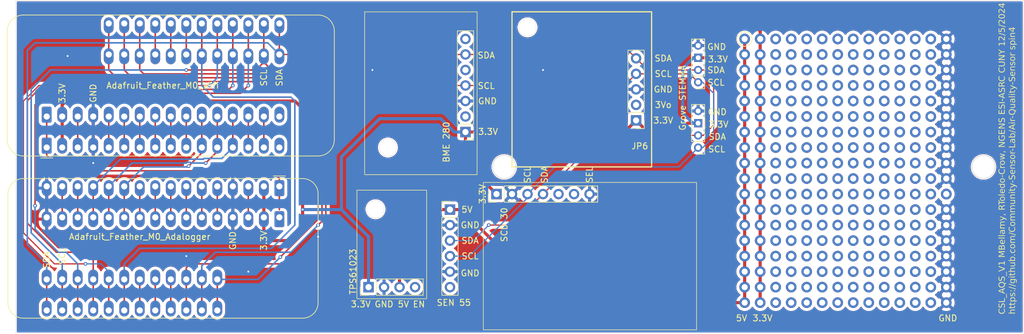
<source format=kicad_pcb>
(kicad_pcb (version 20240108) (generator "pcbnew") (generator_version "8.0")
  (layers (0 "F.Cu" signal) (31 "B.Cu" signal) (34 "B.Paste" user) (35 "F.Paste" user) (36 "B.SilkS" user "B.Silkscreen") (37 "F.SilkS" user "F.Silkscreen") (38 "B.Mask" user) (39 "F.Mask" user) (44 "Edge.Cuts" user))
  (net 0 "")
  (net 2 "unconnected-(A1-D12-Pad24)")
  (net 4 "unconnected-(A1-DAC0{slash}A0-Pad5)")
  (net 5 "Net-(A1-VBAT)")
  (net 6 "SCL")
  (net 7 "Net-(A1-USB)")
  (net 8 "3.3V")
  (net 9 "unconnected-(A1-A1-Pad6)")
  (net 10 "unconnected-(A1-A2-Pad7)")
  (net 11 "unconnected-(A1-A3-Pad8)")
  (net 12 "unconnected-(A1-D13-Pad25)")
  (net 13 "Net-(A1-MOSI{slash}D23)")
  (net 14 "unconnected-(A1-RX{slash}D0-Pad14)")
  (net 15 "unconnected-(A1-A5-Pad10)")
  (net 16 "ENA")
  (net 17 "unconnected-(A1-AREF-Pad3)")
  (net 19 "unconnected-(A1-A4-Pad9)")
  (net 21 "SDA")
  (net 22 "GND")
  (net 23 "unconnected-(A1-TX{slash}D1-Pad15)")
  (net 24 "Net-(A1-EN)")
  (net 26 "Net-(A1-D10)")
  (net 27 "Net-(A1-MISO{slash}D22)")
  (net 28 "unconnected-(A2-A2-Pad7)")
  (net 29 "Net-(A1-SCK{slash}D24)")
  (net 30 "unconnected-(A2-A5-Pad10)")
  (net 31 "unconnected-(A2-A4-Pad9)")
  (net 32 "unconnected-(A2-D12-Pad24)")
  (net 33 "unconnected-(A2-DAC0{slash}A0-Pad5)")
  (net 34 "unconnected-(A2-TX{slash}D1-Pad15)")
  (net 35 "unconnected-(A2-A3-Pad8)")
  (net 36 "unconnected-(A2-D13-Pad25)")
  (net 37 "unconnected-(A2-A1-Pad6)")
  (net 38 "unconnected-(A2-RX{slash}D0-Pad14)")
  (net 39 "unconnected-(A2-D11-Pad23)")
  (net 40 "unconnected-(A2-AREF-Pad3)")
  (net 41 "5V")
  (net 42 "EN")
  (net 43 "NC")
  (net 49 "3Vo")
  (footprint "" (layer "F.Cu") (at 185.42 83.82)
    (property "Reference" "")
    (property "Value" "")
  )
  (footprint "" (layer "F.Cu") (at 172.72 86.36)
    (property "Reference" "")
    (property "Value" "")
  )
  (footprint "" (layer "F.Cu") (at 187.96 96.52)
    (property "Reference" "")
    (property "Value" "")
  )
  (footprint "" (layer "F.Cu") (at 180.34 109.22)
    (property "Reference" "")
    (property "Value" "")
  )
  (footprint "" (layer "F.Cu") (at 198.12 99.06)
    (property "Reference" "")
    (property "Value" "")
  )
  (footprint "" (layer "F.Cu") (at 193.04 101.6)
    (property "Reference" "")
    (property "Value" "")
  )
  (footprint "" (layer "F.Cu") (at 185.42 106.68)
    (property "Reference" "")
    (property "Value" "")
  )
  (footprint "" (layer "F.Cu") (at 172.72 88.9)
    (property "Reference" "")
    (property "Value" "")
  )
  (footprint "" (layer "F.Cu") (at 172.72 76.2)
    (property "Reference" "")
    (property "Value" "")
  )
  (footprint "" (layer "F.Cu") (at 175.26 104.14)
    (property "Reference" "")
    (property "Value" "")
  )
  (footprint "" (layer "F.Cu") (at 193.04 99.06)
    (property "Reference" "")
    (property "Value" "")
  )
  (footprint "Module:Adafruit_Feather" (layer "F.Cu") (at 96.52 95.25 -90)
    (property "Reference" "A2" (hide yes))
    (property "Value" "Adafruit_Feather_M0_Adalogger")
  )
  (footprint "" (layer "F.Cu") (at 182.88 96.52)
    (property "Reference" "")
    (property "Value" "")
  )
  (footprint "" (layer "F.Cu") (at 180.34 96.52)
    (property "Reference" "")
    (property "Value" "")
  )
  (footprint "" (layer "F.Cu") (at 193.04 88.9)
    (property "Reference" "")
    (property "Value" "")
  )
  (footprint "" (layer "F.Cu") (at 185.42 76.2)
    (property "Reference" "")
    (property "Value" "")
  )
  (footprint "" (layer "F.Cu") (at 187.96 78.74)
    (property "Reference" "")
    (property "Value" "")
  )
  (footprint "Connector_PinHeader_2.54mm:PinHeader_1x04_P2.54mm_Vertical" (layer "F.Cu") (at 111.125 97.76 90)
    (property "Reference" "JP2" (hide yes))
    (property "Value" "TPS61023")
  )
  (footprint "" (layer "F.Cu") (at 180.34 106.68)
    (property "Reference" "")
    (property "Value" "")
  )
  (footprint "" (layer "F.Cu") (at 190.5 78.74)
    (property "Reference" "")
    (property "Value" "")
  )
  (footprint "" (layer "F.Cu") (at 203.2 73.66)
    (property "Reference" "")
    (property "Value" "")
  )
  (footprint "" (layer "F.Cu") (at 175.26 73.66)
    (property "Reference" "")
    (property "Value" "")
  )
  (footprint "" (layer "F.Cu") (at 195.58 86.36)
    (property "Reference" "")
    (property "Value" "")
  )
  (footprint "" (layer "F.Cu") (at 203.2 101.6)
    (property "Reference" "")
    (property "Value" "")
  )
  (footprint "" (layer "F.Cu") (at 200.66 109.22)
    (property "Reference" "")
    (property "Value" "")
  )
  (footprint "" (layer "F.Cu") (at 172.72 93.98)
    (property "Reference" "")
    (property "Value" "")
  )
  (footprint "" (layer "F.Cu") (at 195.58 101.6)
    (property "Reference" "")
    (property "Value" "")
  )
  (footprint "" (layer "F.Cu") (at 182.88 106.68)
    (property "Reference" "")
    (property "Value" "")
  )
  (footprint "" (layer "F.Cu") (at 172.72 104.14)
    (property "Reference" "")
    (property "Value" "")
  )
  (footprint "" (layer "F.Cu") (at 177.8 109.22)
    (property "Reference" "")
    (property "Value" "")
  )
  (footprint "" (layer "F.Cu") (at 187.96 81.28)
    (property "Reference" "")
    (property "Value" "")
  )
  (footprint "" (layer "F.Cu") (at 200.66 81.28)
    (property "Reference" "")
    (property "Value" "")
  )
  (footprint "" (layer "F.Cu") (at 182.88 71.12)
    (property "Reference" "")
    (property "Value" "")
  )
  (footprint "" (layer "F.Cu") (at 172.72 101.6)
    (property "Reference" "")
    (property "Value" "")
  )
  (footprint "" (layer "F.Cu") (at 198.12 76.2)
    (property "Reference" "")
    (property "Value" "")
  )
  (footprint "" (layer "F.Cu") (at 175.26 106.68)
    (property "Reference" "")
    (property "Value" "")
  )
  (footprint "" (layer "F.Cu") (at 187.96 111.76)
    (property "Reference" "")
    (property "Value" "")
  )
  (footprint "" (layer "F.Cu") (at 172.72 83.82)
    (property "Reference" "")
    (property "Value" "")
  )
  (footprint "" (layer "F.Cu") (at 185.42 78.74)
    (property "Reference" "")
    (property "Value" "")
  )
  (footprint "" (layer "F.Cu") (at 193.04 81.28)
    (property "Reference" "")
    (property "Value" "")
  )
  (footprint "" (layer "F.Cu") (at 193.04 86.36)
    (property "Reference" "")
    (property "Value" "")
  )
  (footprint "" (layer "F.Cu") (at 177.8 106.68)
    (property "Reference" "")
    (property "Value" "")
  )
  (footprint "" (layer "F.Cu") (at 175.26 101.6)
    (property "Reference" "")
    (property "Value" "")
  )
  (footprint "" (layer "F.Cu") (at 185.42 91.44)
    (property "Reference" "")
    (property "Value" "")
  )
  (footprint "" (layer "F.Cu") (at 182.88 81.28)
    (property "Reference" "")
    (property "Value" "")
  )
  (footprint "" (layer "F.Cu") (at 185.42 73.66)
    (property "Reference" "")
    (property "Value" "")
  )
  (footprint "" (layer "F.Cu") (at 195.58 93.98)
    (property "Reference" "")
    (property "Value" "")
  )
  (footprint "" (layer "F.Cu") (at 200.66 83.82)
    (property "Reference" "")
    (property "Value" "")
  )
  (footprint "" (layer "F.Cu") (at 177.8 93.98)
    (property "Reference" "")
    (property "Value" "")
  )
  (footprint "" (layer "F.Cu") (at 203.2 88.9)
    (property "Reference" "")
    (property "Value" "")
  )
  (footprint "" (layer "F.Cu") (at 195.58 111.76)
    (property "Reference" "")
    (property "Value" "")
  )
  (footprint "" (layer "F.Cu") (at 185.42 81.28)
    (property "Reference" "")
    (property "Value" "")
  )
  (footprint "" (layer "F.Cu") (at 175.26 83.82)
    (property "Reference" "")
    (property "Value" "")
  )
  (footprint "" (layer "F.Cu") (at 205.74 106.68)
    (property "Reference" "")
    (property "Value" "")
  )
  (footprint "" (layer "F.Cu") (at 182.88 88.9)
    (property "Reference" "")
    (property "Value" "")
  )
  (footprint "" (layer "F.Cu") (at 172.72 111.76)
    (property "Reference" "")
    (property "Value" "")
  )
  (footprint "" (layer "F.Cu") (at 182.88 83.82)
    (property "Reference" "")
    (property "Value" "")
  )
  (footprint "" (layer "F.Cu") (at 203.2 76.2)
    (property "Reference" "")
    (property "Value" "")
  )
  (footprint "" (layer "F.Cu") (at 190.5 81.28)
    (property "Reference" "")
    (property "Value" "")
  )
  (footprint "" (layer "F.Cu") (at 200.66 96.52)
    (property "Reference" "")
    (property "Value" "")
  )
  (footprint "" (layer "F.Cu") (at 177.8 86.36)
    (property "Reference" "")
    (property "Value" "")
  )
  (footprint "" (layer "F.Cu") (at 185.42 99.06)
    (property "Reference" "")
    (property "Value" "")
  )
  (footprint "" (layer "F.Cu") (at 205.74 81.28)
    (property "Reference" "")
    (property "Value" "")
  )
  (footprint "" (layer "F.Cu") (at 193.04 93.98)
    (property "Reference" "")
    (property "Value" "")
  )
  (footprint "" (layer "F.Cu") (at 187.96 104.14)
    (property "Reference" "")
    (property "Value" "")
  )
  (footprint "" (layer "F.Cu") (at 198.12 114.3)
    (property "Reference" "")
    (property "Value" "")
  )
  (footprint "" (layer "F.Cu") (at 198.12 73.66)
    (property "Reference" "")
    (property "Value" "")
  )
  (footprint "" (layer "F.Cu") (at 180.34 71.12)
    (property "Reference" "")
    (property "Value" "")
  )
  (footprint "" (layer "F.Cu") (at 190.5 114.3)
    (property "Reference" "")
    (property "Value" "")
  )
  (footprint "" (layer "F.Cu") (at 182.88 73.66)
    (property "Reference" "")
    (property "Value" "")
  )
  (footprint "" (layer "F.Cu") (at 200.66 101.6)
    (property "Reference" "")
    (property "Value" "")
  )
  (footprint "" (layer "F.Cu") (at 198.12 93.98)
    (property "Reference" "")
    (property "Value" "")
  )
  (footprint "" (layer "F.Cu") (at 195.58 106.68)
    (property "Reference" "")
    (property "Value" "")
  )
  (footprint "" (layer "F.Cu") (at 205.74 88.9)
    (property "Reference" "")
    (property "Value" "")
  )
  (footprint "" (layer "F.Cu") (at 177.8 96.52)
    (property "Reference" "")
    (property "Value" "")
  )
  (footprint "" (layer "F.Cu") (at 177.8 99.06)
    (property "Reference" "")
    (property "Value" "")
  )
  (footprint "" (layer "F.Cu") (at 177.8 111.76)
    (property "Reference" "")
    (property "Value" "")
  )
  (footprint "" (layer "F.Cu") (at 198.12 106.68)
    (property "Reference" "")
    (property "Value" "")
  )
  (footprint "" (layer "F.Cu") (at 198.12 104.14)
    (property "Reference" "")
    (property "Value" "")
  )
  (footprint "" (layer "F.Cu") (at 190.5 86.36)
    (property "Reference" "")
    (property "Value" "")
  )
  (footprint "" (layer "F.Cu") (at 193.04 104.14)
    (property "Reference" "")
    (property "Value" "")
  )
  (footprint "" (layer "F.Cu") (at 185.42 71.12)
    (property "Reference" "")
    (property "Value" "")
  )
  (footprint "" (layer "F.Cu") (at 200.66 88.9)
    (property "Reference" "")
    (property "Value" "")
  )
  (footprint "" (layer "F.Cu") (at 182.88 101.6)
    (property "Reference" "")
    (property "Value" "")
  )
  (footprint "" (layer "F.Cu") (at 190.5 88.9)
    (property "Reference" "")
    (property "Value" "")
  )
  (footprint "" (layer "F.Cu") (at 203.2 106.68)
    (property "Reference" "")
    (property "Value" "")
  )
  (footprint "" (layer "F.Cu") (at 182.88 78.74)
    (property "Reference" "")
    (property "Value" "")
  )
  (footprint "" (layer "F.Cu") (at 190.5 111.76)
    (property "Reference" "")
    (property "Value" "")
  )
  (footprint "" (layer "F.Cu") (at 180.34 104.14)
    (property "Reference" "")
    (property "Value" "")
  )
  (footprint "" (layer "F.Cu") (at 187.96 91.44)
    (property "Reference" "")
    (property "Value" "")
  )
  (footprint "" (layer "F.Cu") (at 193.04 71.12)
    (property "Reference" "")
    (property "Value" "")
  )
  (footprint "" (layer "F.Cu") (at 182.88 111.76)
    (property "Reference" "")
    (property "Value" "")
  )
  (footprint "" (layer "F.Cu") (at 203.2 109.22)
    (property "Reference" "")
    (property "Value" "")
  )
  (footprint "" (layer "F.Cu") (at 195.58 71.12)
    (property "Reference" "")
    (property "Value" "")
  )
  (footprint "" (layer "F.Cu") (at 190.5 73.66)
    (property "Reference" "")
    (property "Value" "")
  )
  (footprint "" (layer "F.Cu") (at 185.42 114.3)
    (property "Reference" "")
    (property "Value" "")
  )
  (footprint "" (layer "F.Cu") (at 172.72 91.44)
    (property "Reference" "")
    (property "Value" "")
  )
  (footprint "" (layer "F.Cu") (at 193.04 96.52)
    (property "Reference" "")
    (property "Value" "")
  )
  (footprint "" (layer "F.Cu") (at 187.96 71.12)
    (property "Reference" "")
    (property "Value" "")
  )
  (footprint "" (layer "F.Cu") (at 190.5 91.44)
    (property "Reference" "")
    (property "Value" "")
  )
  (footprint "Module:Adafruit_Feather_M0_Wifi" (layer "F.Cu") (at 58.42 88.9 90)
    (property "Reference" "A1" (hide yes))
    (property "Value" "Adafruit_Feather_M0_Wifi")
  )
  (footprint "" (layer "F.Cu") (at 187.96 101.6)
    (property "Reference" "")
    (property "Value" "")
  )
  (footprint "" (layer "F.Cu") (at 180.34 99.06)
    (property "Reference" "")
    (property "Value" "")
  )
  (footprint "Connector_PinHeader_2.54mm:PinHeader_1x05_P2.54mm_Vertical" (layer "F.Cu") (at 154.94 84.455 180)
    (property "Reference" "JP6")
    (property "Value" "SCD41")
  )
  (footprint "" (layer "F.Cu") (at 200.66 114.3)
    (property "Reference" "")
    (property "Value" "")
  )
  (footprint "" (layer "F.Cu") (at 187.96 76.2)
    (property "Reference" "")
    (property "Value" "")
  )
  (footprint "" (layer "F.Cu") (at 180.34 101.6)
    (property "Reference" "")
    (property "Value" "")
  )
  (footprint "Connector_PinHeader_2.54mm:PinHeader_1x06_P2.54mm_Vertical" (layer "F.Cu") (at 124.46 99.06)
    (property "Reference" "JP8" (hide yes))
    (property "Value" "SEN 55")
  )
  (footprint "" (layer "F.Cu") (at 172.72 73.66)
    (property "Reference" "")
    (property "Value" "")
  )
  (footprint "" (layer "F.Cu") (at 190.5 93.98)
    (property "Reference" "")
    (property "Value" "")
  )
  (footprint "" (layer "F.Cu") (at 187.96 73.66)
    (property "Reference" "")
    (property "Value" "")
  )
  (footprint "" (layer "F.Cu") (at 203.2 78.74)
    (property "Reference" "")
    (property "Value" "")
  )
  (footprint "" (layer "F.Cu") (at 185.42 104.14)
    (property "Reference" "")
    (property "Value" "")
  )
  (footprint "" (layer "F.Cu") (at 177.8 71.12)
    (property "Reference" "")
    (property "Value" "")
  )
  (footprint "" (layer "F.Cu") (at 172.72 99.06)
    (property "Reference" "")
    (property "Value" "")
  )
  (footprint "" (layer "F.Cu") (at 203.2 91.44)
    (property "Reference" "")
    (property "Value" "")
  )
  (footprint "" (layer "F.Cu") (at 198.12 71.12)
    (property "Reference" "")
    (property "Value" "")
  )
  (footprint "" (layer "F.Cu") (at 200.66 106.68)
    (property "Reference" "")
    (property "Value" "")
  )
  (footprint "" (layer "F.Cu") (at 200.66 111.76)
    (property "Reference" "")
    (property "Value" "")
  )
  (footprint "" (layer "F.Cu") (at 200.66 86.36)
    (property "Reference" "")
    (property "Value" "")
  )
  (footprint "" (layer "F.Cu") (at 172.72 106.68)
    (property "Reference" "")
    (property "Value" "")
  )
  (footprint "" (layer "F.Cu") (at 185.42 93.98)
    (property "Reference" "")
    (property "Value" "")
  )
  (footprint "" (layer "F.Cu") (at 195.58 104.14)
    (property "Reference" "")
    (property "Value" "")
  )
  (footprint "" (layer "F.Cu") (at 195.58 91.44)
    (property "Reference" "")
    (property "Value" "")
  )
  (footprint "" (layer "F.Cu") (at 198.12 86.36)
    (property "Reference" "")
    (property "Value" "")
  )
  (footprint "" (layer "F.Cu") (at 205.74 111.76)
    (property "Reference" "")
    (property "Value" "")
  )
  (footprint "" (layer "F.Cu") (at 190.5 76.2)
    (property "Reference" "")
    (property "Value" "")
  )
  (footprint "" (layer "F.Cu") (at 205.74 93.98)
    (property "Reference" "")
    (property "Value" "")
  )
  (footprint "" (layer "F.Cu") (at 195.58 73.66)
    (property "Reference" "")
    (property "Value" "")
  )
  (footprint "" (layer "F.Cu") (at 182.88 114.3)
    (property "Reference" "")
    (property "Value" "")
  )
  (footprint "" (layer "F.Cu") (at 177.8 73.66)
    (property "Reference" "")
    (property "Value" "")
  )
  (footprint "" (layer "F.Cu") (at 187.96 83.82)
    (property "Reference" "")
    (property "Value" "")
  )
  (footprint "" (layer "F.Cu") (at 198.12 91.44)
    (property "Reference" "")
    (property "Value" "")
  )
  (footprint "" (layer "F.Cu") (at 198.12 111.76)
    (property "Reference" "")
    (property "Value" "")
  )
  (footprint "" (layer "F.Cu") (at 205.74 91.44)
    (property "Reference" "")
    (property "Value" "")
  )
  (footprint "" (layer "F.Cu") (at 205.74 71.12)
    (property "Reference" "")
    (property "Value" "")
  )
  (footprint "" (layer "F.Cu") (at 205.74 101.6)
    (property "Reference" "")
    (property "Value" "")
  )
  (footprint "" (layer "F.Cu") (at 193.04 76.2)
    (property "Reference" "")
    (property "Value" "")
  )
  (footprint "" (layer "F.Cu") (at 187.96 88.9)
    (property "Reference" "")
    (property "Value" "")
  )
  (footprint "" (layer "F.Cu") (at 190.5 71.12)
    (property "Reference" "")
    (property "Value" "")
  )
  (footprint "" (layer "F.Cu") (at 195.58 109.22)
    (property "Reference" "")
    (property "Value" "")
  )
  (footprint "" (layer "F.Cu") (at 198.12 83.82)
    (property "Reference" "")
    (property "Value" "")
  )
  (footprint "" (layer "F.Cu") (at 193.04 73.66)
    (property "Reference" "")
    (property "Value" "")
  )
  (footprint "" (layer "F.Cu") (at 182.88 76.2)
    (property "Reference" "")
    (property "Value" "")
  )
  (footprint "" (layer "F.Cu") (at 187.96 86.36)
    (property "Reference" "")
    (property "Value" "")
  )
  (footprint "" (layer "F.Cu") (at 205.74 109.22)
    (property "Reference" "")
    (property "Value" "")
  )
  (footprint "" (layer "F.Cu") (at 198.12 101.6)
    (property "Reference" "")
    (property "Value" "")
  )
  (footprint "" (layer "F.Cu") (at 185.42 86.36)
    (property "Reference" "")
    (property "Value" "")
  )
  (footprint "" (layer "F.Cu") (at 182.88 109.22)
    (property "Reference" "")
    (property "Value" "")
  )
  (footprint "" (layer "F.Cu") (at 175.26 88.9)
    (property "Reference" "")
    (property "Value" "")
  )
  (footprint "" (layer "F.Cu") (at 175.26 78.74)
    (property "Reference" "")
    (property "Value" "")
  )
  (footprint "" (layer "F.Cu") (at 180.34 81.28)
    (property "Reference" "")
    (property "Value" "")
  )
  (footprint "" (layer "F.Cu") (at 193.04 114.3)
    (property "Reference" "")
    (property "Value" "")
  )
  (footprint "" (layer "F.Cu") (at 180.34 73.66)
    (property "Reference" "")
    (property "Value" "")
  )
  (footprint "" (layer "F.Cu") (at 172.72 109.22)
    (property "Reference" "")
    (property "Value" "")
  )
  (footprint "" (layer "F.Cu") (at 205.74 114.3)
    (property "Reference" "")
    (property "Value" "")
  )
  (footprint "" (layer "F.Cu") (at 195.58 81.28)
    (property "Reference" "")
    (property "Value" "")
  )
  (footprint "" (layer "F.Cu") (at 203.2 93.98)
    (property "Reference" "")
    (property "Value" "")
  )
  (footprint "" (layer "F.Cu") (at 182.88 91.44)
    (property "Reference" "")
    (property "Value" "")
  )
  (footprint "" (layer "F.Cu") (at 193.04 78.74)
    (property "Reference" "")
    (property "Value" "")
  )
  (footprint "" (layer "F.Cu") (at 190.5 96.52)
    (property "Reference" "")
    (property "Value" "")
  )
  (footprint "" (layer "F.Cu") (at 198.12 81.28)
    (property "Reference" "")
    (property "Value" "")
  )
  (footprint "" (layer "F.Cu") (at 193.04 83.82)
    (property "Reference" "")
    (property "Value" "")
  )
  (footprint "" (layer "F.Cu") (at 177.8 81.28)
    (property "Reference" "")
    (property "Value" "")
  )
  (footprint "" (layer "F.Cu") (at 175.26 86.36)
    (property "Reference" "")
    (property "Value" "")
  )
  (footprint "" (layer "F.Cu") (at 205.74 73.66)
    (property "Reference" "")
    (property "Value" "")
  )
  (footprint "" (layer "F.Cu") (at 177.8 76.2)
    (property "Reference" "")
    (property "Value" "")
  )
  (footprint "" (layer "F.Cu") (at 175.26 109.22)
    (property "Reference" "")
    (property "Value" "")
  )
  (footprint "" (layer "F.Cu") (at 172.72 81.28)
    (property "Reference" "")
    (property "Value" "")
  )
  (footprint "" (layer "F.Cu") (at 193.04 111.76)
    (property "Reference" "")
    (property "Value" "")
  )
  (footprint "" (layer "F.Cu") (at 195.58 88.9)
    (property "Reference" "")
    (property "Value" "")
  )
  (footprint "" (layer "F.Cu") (at 200.66 104.14)
    (property "Reference" "")
    (property "Value" "")
  )
  (footprint "" (layer "F.Cu") (at 203.2 83.82)
    (property "Reference" "")
    (property "Value" "")
  )
  (footprint "" (layer "F.Cu") (at 195.58 78.74)
    (property "Reference" "")
    (property "Value" "")
  )
  (footprint "" (layer "F.Cu") (at 190.5 99.06)
    (property "Reference" "")
    (property "Value" "")
  )
  (footprint "" (layer "F.Cu") (at 175.26 96.52)
    (property "Reference" "")
    (property "Value" "")
  )
  (footprint "TestPoint:TestPoint_THTPad_D2.0mm_Drill1.0mm" (layer "F.Cu") (at 172.72 71.12)
    (property "Reference" "REF**" (hide yes))
    (property "Value" "TestPoint_THTPad_D2.0mm_Drill1.0mm" (hide yes))
  )
  (footprint "" (layer "F.Cu") (at 182.88 104.14)
    (property "Reference" "")
    (property "Value" "")
  )
  (footprint "" (layer "F.Cu") (at 180.34 86.36)
    (property "Reference" "")
    (property "Value" "")
  )
  (footprint "" (layer "F.Cu") (at 175.26 81.28)
    (property "Reference" "")
    (property "Value" "")
  )
  (footprint "Connector_PinHeader_2.00mm:PinHeader_1x04_P2.00mm_Vertical" (layer "F.Cu") (at 165.1 78.2 180)
    (property "Reference" "J2" (hide yes))
    (property "Value" "Grove STEMMA" (hide yes))
  )
  (footprint "" (layer "F.Cu") (at 205.74 78.74)
    (property "Reference" "")
    (property "Value" "")
  )
  (footprint "" (layer "F.Cu") (at 205.74 83.82)
    (property "Reference" "")
    (property "Value" "")
  )
  (footprint "" (layer "F.Cu") (at 185.42 88.9)
    (property "Reference" "")
    (property "Value" "")
  )
  (footprint "" (layer "F.Cu") (at 187.96 114.3)
    (property "Reference" "")
    (property "Value" "")
  )
  (footprint "" (layer "F.Cu") (at 175.26 111.76)
    (property "Reference" "")
    (property "Value" "")
  )
  (footprint "" (layer "F.Cu") (at 190.5 101.6)
    (property "Reference" "")
    (property "Value" "")
  )
  (footprint "" (layer "F.Cu") (at 195.58 114.3)
    (property "Reference" "")
    (property "Value" "")
  )
  (footprint "" (layer "F.Cu") (at 185.42 111.76)
    (property "Reference" "")
    (property "Value" "")
  )
  (footprint "" (layer "F.Cu") (at 172.72 78.74)
    (property "Reference" "")
    (property "Value" "")
  )
  (footprint "" (layer "F.Cu") (at 175.26 76.2)
    (property "Reference" "")
    (property "Value" "")
  )
  (footprint "" (layer "F.Cu") (at 200.66 76.2)
    (property "Reference" "")
    (property "Value" "")
  )
  (footprint "" (layer "F.Cu") (at 172.72 96.52)
    (property "Reference" "")
    (property "Value" "")
  )
  (footprint "" (layer "F.Cu") (at 177.8 114.3)
    (property "Reference" "")
    (property "Value" "")
  )
  (footprint "" (layer "F.Cu") (at 177.8 88.9)
    (property "Reference" "")
    (property "Value" "")
  )
  (footprint "" (layer "F.Cu") (at 180.34 93.98)
    (property "Reference" "")
    (property "Value" "")
  )
  (footprint "" (layer "F.Cu") (at 195.58 76.2)
    (property "Reference" "")
    (property "Value" "")
  )
  (footprint "" (layer "F.Cu") (at 180.34 111.76)
    (property "Reference" "")
    (property "Value" "")
  )
  (footprint "" (layer "F.Cu") (at 205.74 76.2)
    (property "Reference" "")
    (property "Value" "")
  )
  (footprint "" (layer "F.Cu") (at 175.26 99.06)
    (property "Reference" "")
    (property "Value" "")
  )
  (footprint "" (layer "F.Cu") (at 193.04 106.68)
    (property "Reference" "")
    (property "Value" "")
  )
  (footprint "" (layer "F.Cu") (at 180.34 76.2)
    (property "Reference" "")
    (property "Value" "")
  )
  (footprint "" (layer "F.Cu") (at 198.12 78.74)
    (property "Reference" "")
    (property "Value" "")
  )
  (footprint "" (layer "F.Cu") (at 200.66 91.44)
    (property "Reference" "")
    (property "Value" "")
  )
  (footprint "" (layer "F.Cu") (at 205.74 104.14)
    (property "Reference" "")
    (property "Value" "")
  )
  (footprint "" (layer "F.Cu") (at 187.96 99.06)
    (property "Reference" "")
    (property "Value" "")
  )
  (footprint "" (layer "F.Cu") (at 203.2 86.36)
    (property "Reference" "")
    (property "Value" "")
  )
  (footprint "" (layer "F.Cu") (at 205.74 86.36)
    (property "Reference" "")
    (property "Value" "")
  )
  (footprint "Connector_PinHeader_2.54mm:PinHeader_1x07_P2.54mm_Vertical" (layer "F.Cu") (at 127 86.36 180)
    (property "Reference" "JP7" (hide yes))
    (property "Value" "BME280" (hide yes))
  )
  (footprint "" (layer "F.Cu") (at 203.2 114.3)
    (property "Reference" "")
    (property "Value" "")
  )
  (footprint "" (layer "F.Cu") (at 177.8 104.14)
    (property "Reference" "")
    (property "Value" "")
  )
  (footprint "" (layer "F.Cu") (at 203.2 99.06)
    (property "Reference" "")
    (property "Value" "")
  )
  (footprint "" (layer "F.Cu") (at 175.26 71.12)
    (property "Reference" "")
    (property "Value" "")
  )
  (footprint "" (layer "F.Cu") (at 187.96 109.22)
    (property "Reference" "")
    (property "Value" "")
  )
  (footprint "" (layer "F.Cu") (at 205.74 86.36)
    (property "Reference" "")
    (property "Value" "")
  )
  (footprint "" (layer "F.Cu") (at 205.74 96.52)
    (property "Reference" "")
    (property "Value" "")
  )
  (footprint "" (layer "F.Cu") (at 195.58 83.82)
    (property "Reference" "")
    (property "Value" "")
  )
  (footprint "" (layer "F.Cu") (at 175.26 93.98)
    (property "Reference" "")
    (property "Value" "")
  )
  (footprint "" (layer "F.Cu") (at 175.26 91.44)
    (property "Reference" "")
    (property "Value" "")
  )
  (footprint "" (layer "F.Cu") (at 177.8 78.74)
    (property "Reference" "")
    (property "Value" "")
  )
  (footprint "Connector_PinHeader_2.54mm:PinHeader_1x07_P2.54mm_Vertical" (layer "F.Cu") (at 147.0175 96.52 -90)
    (property "Reference" "JP10" (hide yes))
    (property "Value" "SCD 30")
  )
  (footprint "" (layer "F.Cu") (at 185.42 109.22)
    (property "Reference" "")
    (property "Value" "")
  )
  (footprint "" (layer "F.Cu") (at 193.04 91.44)
    (property "Reference" "")
    (property "Value" "")
  )
  (footprint "" (layer "F.Cu") (at 203.2 96.52)
    (property "Reference" "")
    (property "Value" "")
  )
  (footprint "" (layer "F.Cu") (at 203.2 71.12)
    (property "Reference" "")
    (property "Value" "")
  )
  (footprint "" (layer "F.Cu") (at 180.34 83.82)
    (property "Reference" "")
    (property "Value" "")
  )
  (footprint "" (layer "F.Cu") (at 180.34 88.9)
    (property "Reference" "")
    (property "Value" "")
  )
  (footprint "" (layer "F.Cu") (at 182.88 86.36)
    (property "Reference" "")
    (property "Value" "")
  )
  (footprint "" (layer "F.Cu") (at 177.8 101.6)
    (property "Reference" "")
    (property "Value" "")
  )
  (footprint "" (layer "F.Cu") (at 185.42 96.52)
    (property "Reference" "")
    (property "Value" "")
  )
  (footprint "" (layer "F.Cu") (at 185.42 101.6)
    (property "Reference" "")
    (property "Value" "")
  )
  (footprint "Connector_PinHeader_2.00mm:PinHeader_1x04_P2.00mm_Vertical" (layer "F.Cu") (at 165.1 88.916 180)
    (property "Reference" "J3" (hide yes))
    (property "Value" "Grove STEMMA")
  )
  (footprint "" (layer "F.Cu") (at 180.34 78.74)
    (property "Reference" "")
    (property "Value" "")
  )
  (footprint "" (layer "F.Cu") (at 177.8 83.82)
    (property "Reference" "")
    (property "Value" "")
  )
  (footprint "" (layer "F.Cu") (at 180.34 114.3)
    (property "Reference" "")
    (property "Value" "")
  )
  (footprint "" (layer "F.Cu") (at 203.2 81.28)
    (property "Reference" "")
    (property "Value" "")
  )
  (footprint "" (layer "F.Cu") (at 198.12 96.52)
    (property "Reference" "")
    (property "Value" "")
  )
  (footprint "" (layer "F.Cu") (at 200.66 78.74)
    (property "Reference" "")
    (property "Value" "")
  )
  (footprint "" (layer "F.Cu") (at 190.5 106.68)
    (property "Reference" "")
    (property "Value" "")
  )
  (footprint "" (layer "F.Cu") (at 195.58 96.52)
    (property "Reference" "")
    (property "Value" "")
  )
  (footprint "" (layer "F.Cu") (at 200.66 99.06)
    (property "Reference" "")
    (property "Value" "")
  )
  (footprint "" (layer "F.Cu") (at 200.66 73.66)
    (property "Reference" "")
    (property "Value" "")
  )
  (footprint "" (layer "F.Cu") (at 200.66 93.98)
    (property "Reference" "")
    (property "Value" "")
  )
  (footprint "" (layer "F.Cu") (at 177.8 91.44)
    (property "Reference" "")
    (property "Value" "")
  )
  (footprint "" (layer "F.Cu") (at 190.5 104.14)
    (property "Reference" "")
    (property "Value" "")
  )
  (footprint "" (layer "F.Cu") (at 182.88 99.06)
    (property "Reference" "")
    (property "Value" "")
  )
  (footprint "" (layer "F.Cu") (at 203.2 104.14)
    (property "Reference" "")
    (property "Value" "")
  )
  (footprint "" (layer "F.Cu") (at 200.66 71.12)
    (property "Reference" "")
    (property "Value" "")
  )
  (footprint "" (layer "F.Cu") (at 198.12 88.9)
    (property "Reference" "")
    (property "Value" "")
  )
  (footprint "" (layer "F.Cu") (at 180.34 91.44)
    (property "Reference" "")
    (property "Value" "")
  )
  (footprint "" (layer "F.Cu") (at 190.5 109.22)
    (property "Reference" "")
    (property "Value" "")
  )
  (footprint "" (layer "F.Cu") (at 172.72 114.3)
    (property "Reference" "")
    (property "Value" "")
  )
  (footprint "" (layer "F.Cu") (at 187.96 106.68)
    (property "Reference" "")
    (property "Value" "")
  )
  (footprint "" (layer "F.Cu") (at 175.26 114.3)
    (property "Reference" "")
    (property "Value" "")
  )
  (footprint "" (layer "F.Cu") (at 195.58 99.06)
    (property "Reference" "")
    (property "Value" "")
  )
  (footprint "" (layer "F.Cu") (at 187.96 93.98)
    (property "Reference" "")
    (property "Value" "")
  )
  (footprint "" (layer "F.Cu") (at 198.12 109.22)
    (property "Reference" "")
    (property "Value" "")
  )
  (footprint "" (layer "F.Cu") (at 190.5 83.82)
    (property "Reference" "")
    (property "Value" "")
  )
  (footprint "" (layer "F.Cu") (at 193.04 109.22)
    (property "Reference" "")
    (property "Value" "")
  )
  (footprint "" (layer "F.Cu") (at 182.88 93.98)
    (property "Reference" "")
    (property "Value" "")
  )
  (footprint "" (layer "F.Cu") (at 203.2 111.76)
    (property "Reference" "")
    (property "Value" "")
  )
  (footprint "" (layer "F.Cu") (at 205.74 99.06)
    (property "Reference" "")
    (property "Value" "")
  )
  (gr_rect (start 109.22 95.885) (end 120.65 113.665) (stroke (width 0.1)) (fill none) (layer "F.SilkS"))
  (gr_rect (start 129.9175 94.615) (end 164.8425 118.745) (stroke (width 0.1)) (fill none) (layer "F.SilkS"))
  (gr_rect (start 110.49 66.675) (end 128.905 93.345) (stroke (width 0.1)) (fill none) (layer "F.SilkS"))
  (gr_rect (start 134.62 66.675) (end 157.48 92.075) (stroke (width 0.2)) (fill none) (layer "F.SilkS"))
  (gr_line (start 218.44 64.77) (end 53.34 64.77) (stroke (width 0.05)) (layer "Edge.Cuts"))
  (gr_circle (center 137.16 69.215) (end 138.61 69.215) (stroke (width 0.05)) (fill none) (layer "Edge.Cuts"))
  (gr_line (start 53.34 64.77) (end 53.34 119.38) (stroke (width 0.05)) (layer "Edge.Cuts"))
  (gr_line (start 218.44 119.38) (end 218.44 64.77) (stroke (width 0.05)) (layer "Edge.Cuts"))
  (gr_circle (center 133.35 92.075) (end 135.255 92.075) (stroke (width 0.1)) (fill none) (layer "Edge.Cuts"))
  (gr_circle (center 114.3 88.9) (end 115.75 88.9) (stroke (width 0.05)) (fill none) (layer "Edge.Cuts"))
  (gr_line (start 53.34 119.38) (end 218.44 119.38) (stroke (width 0.05)) (layer "Edge.Cuts"))
  (gr_circle (center 211.836 92.075) (end 213.741 92.075) (stroke (width 0.1)) (fill none) (layer "Edge.Cuts"))
  (gr_circle (center 112.268 99.0092) (end 113.718 99.0092) (stroke (width 0.05)) (fill none) (layer "Edge.Cuts"))
  (gr_text "SCL\n" (at 159.385 76.835 0) (layer "F.SilkS") (effects (font (size 1 1))))
  (gr_text "3.3V" (at 93.98 104.14 90) (layer "F.SilkS") (effects (font (size 1 1))))
  (gr_text "3.3V" (at 60.96 80.01 90) (layer "F.SilkS") (effects (font (size 1 1))))
  (gr_text "3.3V" (at 168.34 74.438 0) (layer "F.SilkS") (effects (font (size 1 1))))
  (gr_text "SDA" (at 130.4 73.8 0) (layer "F.SilkS") (effects (font (size 1 1))))
  (gr_text "GND" (at 168.14 72.416 0) (layer "F.SilkS") (effects (font (size 1 1))))
  (gr_text "3Vo" (at 159.385 81.915 0) (layer "F.SilkS") (effects (font (size 1 1))))
  (gr_text "EN" (at 119.38 114.554 0) (layer "F.SilkS") (effects (font (size 1 1))))
  (gr_text "SDA" (at 58.42 107.315 90) (layer "F.SilkS") (effects (font (size 1 1))))
  (gr_text "3.3V" (at 168.44 85.116 0) (layer "F.SilkS") (effects (font (size 1 1))))
  (gr_text "3.3V" (at 129.794 96.52 90) (layer "F.SilkS") (effects (font (size 1 1))))
  (gr_text "SDA" (at 96.52 77.47 90) (layer "F.SilkS") (effects (font (size 1 1))))
  (gr_text "SCL\n" (at 93.98 77.47 90) (layer "F.SilkS") (effects (font (size 1 1))))
  (gr_text "SCL\n" (at 60.96 106.68 90) (layer "F.SilkS") (effects (font (size 1 1))))
  (gr_text "CSL_AQS_V1 MBellamy, RToledo-Crow, NGENS ESI-ASRC CUNY 12/5/2024 \nhttps://github.com/Community-Sensor-Lab/Air-Quality-Sensor spin4" (at 217.17 116.205 90) (layer "F.SilkS") (effects (font (size 1 1) (thickness 0.0889)) (justify left bottom)))
  (gr_text "GND" (at 130.6 81.3 0) (layer "F.SilkS") (effects (font (size 1 1))))
  (gr_text "SCL\n" (at 168.04 78.248 0) (layer "F.SilkS") (effects (font (size 1 1))))
  (gr_text "5V" (at 172.212 116.84 0) (layer "F.SilkS") (effects (font (size 1 1))))
  (gr_text "GND" (at 88.9 104.14 90) (layer "F.SilkS") (effects (font (size 1 1))))
  (gr_text "SCL\n" (at 127.762 106.68 0) (layer "F.SilkS") (effects (font (size 1 1))))
  (gr_text "GND" (at 127.762 101.6 0) (layer "F.SilkS") (effects (font (size 1 1))))
  (gr_text "GND" (at 66.04 80.01 90) (layer "F.SilkS") (effects (font (size 1 1))))
  (gr_text "BME 280" (at 124.46 91.44 90) (layer "F.SilkS") (effects (font (size 1 1)) (justify left bottom)))
  (gr_text "SDA" (at 159.385 74.295 0) (layer "F.SilkS") (effects (font (size 1 1))))
  (gr_text "GND" (at 205.994 116.84 0) (layer "F.SilkS") (effects (font (size 1 1))))
  (gr_text "3.3V" (at 175.641 116.84 0) (layer "F.SilkS") (effects (font (size 1 1))))
  (gr_text "5V" (at 116.84 114.554 0) (layer "F.SilkS") (effects (font (size 1 1))))
  (gr_text "3.3V" (at 159.385 84.455 0) (layer "F.SilkS") (effects (font (size 1 1))))
  (gr_text "3.3V" (at 130.7 86.3 0) (layer "F.SilkS") (effects (font (size 1 1))))
  (gr_text "GND" (at 113.665 114.554 0) (layer "F.SilkS") (effects (font (size 1 1))))
  (gr_text "SDA" (at 139.954 93.345 90) (layer "F.SilkS") (effects (font (size 1 1))))
  (gr_text "SDA" (at 127.762 104.14 0) (layer "F.SilkS") (effects (font (size 1 1))))
  (gr_text "SCL\n" (at 168.14 89.17 0) (layer "F.SilkS") (effects (font (size 1 1))))
  (gr_text "SDA" (at 168.24 87.138 0) (layer "F.SilkS") (effects (font (size 1 1))))
  (gr_text "5V" (at 127.254 99.06 0) (layer "F.SilkS") (effects (font (size 1 1))))
  (gr_text "SEL" (at 147.32 93.345 90) (layer "F.SilkS") (effects (font (size 1 1))))
  (gr_text "SCL\n" (at 130.4 78.8 0) (layer "F.SilkS") (effects (font (size 1 1))))
  (gr_text "GND" (at 159.385 79.375 0) (layer "F.SilkS") (effects (font (size 1 1))))
  (gr_text "SDA" (at 168.04 76.216 0) (layer "F.SilkS") (effects (font (size 1 1))))
  (gr_text "SCL\n" (at 137.16 93.345 90) (layer "F.SilkS") (effects (font (size 1 1))))
  (gr_text "3.3V" (at 109.855 114.554 0) (layer "F.SilkS") (effects (font (size 1 1))))
  (gr_text "GND" (at 127.762 109.474 0) (layer "F.SilkS") (effects (font (size 1 1))))
  (gr_text "GND" (at 168.24 83.074 0) (layer "F.SilkS") (effects (font (size 1 1))))
  (segment (start 96.52 95.25) (end 96.52 99.06) (width 0.254) (layer "F.Cu") (net 0))
  (segment (start 58.42 88.9) (end 58.42 90.17) (width 0.254) (layer "F.Cu") (net 0))
  (segment (start 60.96 92.71) (end 95.25 92.71) (width 0.254) (layer "F.Cu") (net 0))
  (segment (start 57.15 78.74) (end 54.61 81.28) (width 0.2) (layer "F.Cu") (net 0))
  (segment (start 64.77 106.045) (end 66.04 107.315) (width 0.254) (layer "F.Cu") (net 0))
  (segment (start 88.9 68.58) (end 88.9 73.66) (width 0.254) (layer "F.Cu") (net 0))
  (segment (start 58.42 80.01) (end 56.515 81.915) (width 0.254) (layer "F.Cu") (net 0))
  (segment (start 66.04 115.57) (end 66.04 110.49) (width 0.254) (layer "F.Cu") (net 0))
  (segment (start 86.36 68.58) (end 86.36 73.66) (width 0.254) (layer "F.Cu") (net 0))
  (segment (start 56.515 81.915) (end 56.515 98.425) (width 0.254) (layer "F.Cu") (net 0))
  (segment (start 63.5 115.57) (end 63.5 110.49) (width 0.254) (layer "F.Cu") (net 0))
  (segment (start 87.63 79.375) (end 57.11887 79.375) (width 0.254) (layer "F.Cu") (net 0))
  (segment (start 66.04 107.315) (end 66.04 110.49) (width 0.254) (layer "F.Cu") (net 0))
  (segment (start 85.09 78.74) (end 57.15 78.74) (width 0.2) (layer "F.Cu") (net 0))
  (segment (start 60.0075 106.045) (end 64.77 106.045) (width 0.254) (layer "F.Cu") (net 0))
  (segment (start 55.245 81.24887) (end 55.245 101.2825) (width 0.254) (layer "F.Cu") (net 0))
  (segment (start 87.63 79.375) (end 88.265 79.375) (width 0.254) (layer "F.Cu") (net 0))
  (segment (start 54.61 102.87) (end 59.69 107.95) (width 0.2) (layer "F.Cu") (net 0))
  (segment (start 68.58 115.57) (end 68.58 110.49) (width 0.254) (layer "F.Cu") (net 0))
  (segment (start 55.245 101.2825) (end 60.0075 106.045) (width 0.254) (layer "F.Cu") (net 0))
  (segment (start 54.61 81.28) (end 54.61 102.87) (width 0.2) (layer "F.Cu") (net 0))
  (segment (start 57.11887 79.375) (end 55.245 81.24887) (width 0.254) (layer "F.Cu") (net 0))
  (segment (start 91.44 73.66) (end 91.44 68.58) (width 0.254) (layer "F.Cu") (net 0))
  (segment (start 91.44 78.74) (end 90.17 80.01) (width 0.254) (layer "F.Cu") (net 0))
  (segment (start 88.265 79.375) (end 88.9 78.74) (width 0.254) (layer "F.Cu") (net 0))
  (segment (start 59.69 107.95) (end 64.77 107.95) (width 0.2) (layer "F.Cu") (net 0))
  (segment (start 90.17 80.01) (end 58.42 80.01) (width 0.254) (layer "F.Cu") (net 0))
  (segment (start 95.25 92.71) (end 96.52 93.98) (width 0.254) (layer "F.Cu") (net 0))
  (segment (start 96.52 93.98) (end 96.52 95.25) (width 0.254) (layer "F.Cu") (net 0))
  (segment (start 58.42 90.17) (end 60.96 92.71) (width 0.254) (layer "F.Cu") (net 0))
  (segment (start 58.42 88.9) (end 58.42 83.82) (width 0.254) (layer "F.Cu") (net 0))
  (via (at 91.44 78.74) (size 0.6) (drill 0.3) (layers "F.Cu" "B.Cu") (net 0))
  (via (at 85.09 78.74) (size 0.6) (drill 0.3) (layers "F.Cu" "B.Cu") (net 0))
  (via (at 88.9 78.74) (size 0.6) (drill 0.3) (layers "F.Cu" "B.Cu") (net 0))
  (via (at 64.77 107.95) (size 0.6) (drill 0.3) (layers "F.Cu" "B.Cu") (net 0))
  (via (at 56.515 98.425) (size 0.6) (drill 0.3) (layers "F.Cu" "B.Cu") (net 0))
  (segment (start 63.5 110.49) (end 63.5 107.95) (width 0.254) (layer "B.Cu") (net 0))
  (segment (start 85.4075 78.4225) (end 85.09 78.74) (width 0.254) (layer "B.Cu") (net 0))
  (segment (start 86.36 73.66) (end 86.36 77.47) (width 0.254) (layer "B.Cu") (net 0))
  (segment (start 60.328526 106.045) (end 56.515 102.231474) (width 0.254) (layer "B.Cu") (net 0))
  (segment (start 56.515 102.231474) (end 56.515 98.425) (width 0.254) (layer "B.Cu") (net 0))
  (segment (start 63.5 107.95) (end 61.595 106.045) (width 0.254) (layer "B.Cu") (net 0))
  (segment (start 91.44 73.66) (end 91.44 78.74) (width 0.254) (layer "B.Cu") (net 0))
  (segment (start 64.77 107.95) (end 67.31 107.95) (width 0.2) (layer "B.Cu") (net 0))
  (segment (start 68.58 109.22) (end 68.58 110.49) (width 0.2) (layer "B.Cu") (net 0))
  (segment (start 67.31 107.95) (end 68.58 109.22) (width 0.2) (layer "B.Cu") (net 0))
  (segment (start 86.36 77.47) (end 85.4075 78.4225) (width 0.254) (layer "B.Cu") (net 0))
  (segment (start 61.595 106.045) (end 60.328526 106.045) (width 0.254) (layer "B.Cu") (net 0))
  (segment (start 88.9 73.66) (end 88.9 78.74) (width 0.254) (layer "B.Cu") (net 0))
  (segment (start 78.74 68.58) (end 78.74 73.66) (width 0.254) (layer "F.Cu") (net 2))
  (segment (start 68.58 88.9) (end 68.58 83.82) (width 0.254) (layer "F.Cu") (net 4))
  (segment (start 102.87 100.6475) (end 102.87 82.55) (width 0.254) (layer "F.Cu") (net 5))
  (segment (start 98.425 78.105) (end 70.485 78.105) (width 0.254) (layer "F.Cu") (net 5))
  (segment (start 68.58 76.2) (end 68.58 68.58) (width 0.254) (layer "F.Cu") (net 5))
  (segment (start 86.36 115.57) (end 86.36 110.49) (width 0.254) (layer "F.Cu") (net 5))
  (segment (start 102.87 82.55) (end 98.425 78.105) (width 0.254) (layer "F.Cu") (net 5))
  (segment (start 70.485 78.105) (end 68.58 76.2) (width 0.254) (layer "F.Cu") (net 5))
  (segment (start 96.67875 106.83875) (end 102.87 100.6475) (width 0.254) (layer "F.Cu") (net 5))
  (via (at 96.67875 106.83875) (size 0.6) (drill 0.3) (layers "F.Cu" "B.Cu") (net 5))
  (segment (start 96.67875 106.83875) (end 93.0275 110.49) (width 0.254) (layer "B.Cu") (net 5))
  (segment (start 93.0275 110.49) (end 86.36 110.49) (width 0.254) (layer "B.Cu") (net 5))
  (segment (start 163.735 76.835) (end 165.1 78.2) (width 0.2) (layer "F.Cu") (net 6))
  (segment (start 81.28 76.2) (end 92.71 76.2) (width 0.254) (layer "F.Cu") (net 6))
  (segment (start 60.96 110.49) (end 60.96 115.57) (width 0.254) (layer "F.Cu") (net 6))
  (segment (start 111.76 78.74) (end 109.22 76.2) (width 0.2) (layer "F.Cu") (net 6))
  (segment (start 95.25 76.2) (end 109.22 76.2) (width 0.254) (layer "F.Cu") (net 6))
  (segment (start 93.98 68.58) (end 93.98 73.66) (width 0.254) (layer "F.Cu") (net 6))
  (segment (start 154.94 76.835) (end 153.035 78.74) (width 0.2) (layer "F.Cu") (net 6))
  (segment (start 154.432 76.835) (end 154.813 77.216) (width 0.2) (layer "F.Cu") (net 6))
  (segment (start 153.035 78.74) (end 127 78.74) (width 0.2) (layer "F.Cu") (net 6))
  (segment (start 127 78.74) (end 111.76 78.74) (width 0.2) (layer "F.Cu") (net 6))
  (segment (start 93.98 74.93) (end 93.98 73.66) (width 0.254) (layer "F.Cu") (net 6))
  (segment (start 92.71 76.2) (end 93.98 74.93) (width 0.254) (layer "F.Cu") (net 6))
  (segment (start 93.98 74.93) (end 95.25 76.2) (width 0.254) (layer "F.Cu") (net 6))
  (segment (start 154.94 76.835) (end 163.735 76.835) (width 0.2) (layer "F.Cu") (net 6))
  (via (at 81.28 76.2) (size 0.6) (drill 0.3) (layers "F.Cu" "B.Cu") (net 6))
  (segment (start 55.88 102.87) (end 60.96 107.95) (width 0.254) (layer "B.Cu") (net 6))
  (segment (start 60.96 110.49) (end 60.96 107.95) (width 0.254) (layer "B.Cu") (net 6))
  (segment (start 137.16 96.52) (end 141.605 92.075) (width 0.2) (layer "B.Cu") (net 6))
  (segment (start 127.635 106.68) (end 124.46 106.68) (width 0.2) (layer "B.Cu") (net 6))
  (segment (start 165.862 88.916) (end 165.1 88.916) (width 0.2) (layer "B.Cu") (net 6))
  (segment (start 55.88 79.375) (end 55.88 102.87) (width 0.254) (layer "B.Cu") (net 6))
  (segment (start 165.824 78.2) (end 167.64 80.016) (width 0.2) (layer "B.Cu") (net 6))
  (segment (start 161.941 92.075) (end 165.1 88.916) (width 0.2) (layer "B.Cu") (net 6))
  (segment (start 167.64 80.016) (end 167.64 87.138) (width 0.2) (layer "B.Cu") (net 6))
  (segment (start 59.055 76.2) (end 55.88 79.375) (width 0.254) (layer "B.Cu") (net 6))
  (segment (start 165.1 78.2) (end 165.824 78.2) (width 0.2) (layer "B.Cu") (net 6))
  (segment (start 141.605 92.075) (end 161.941 92.075) (width 0.2) (layer "B.Cu") (net 6))
  (segment (start 167.64 87.138) (end 165.862 88.916) (width 0.2) (layer "B.Cu") (net 6))
  (segment (start 137.16 97.155) (end 127.635 106.68) (width 0.2) (layer "B.Cu") (net 6))
  (segment (start 137.16 96.52) (end 137.16 97.155) (width 0.2) (layer "B.Cu") (net 6))
  (segment (start 81.28 76.2) (end 59.055 76.2) (width 0.254) (layer "B.Cu") (net 6))
  (segment (start 99.695 76.835) (end 74.295 76.835) (width 0.254) (layer "F.Cu") (net 7))
  (segment (start 81.28 115.57) (end 81.28 108.585) (width 0.254) (layer "F.Cu") (net 7))
  (segment (start 104.14 104.14) (end 104.14 81.28) (width 0.254) (layer "F.Cu") (net 7))
  (segment (start 100.33 107.95) (end 104.14 104.14) (width 0.254) (layer "F.Cu") (net 7))
  (segment (start 81.28 108.585) (end 81.915 107.95) (width 0.254) (layer "F.Cu") (net 7))
  (segment (start 74.295 76.835) (end 73.66 76.2) (width 0.254) (layer "F.Cu") (net 7))
  (segment (start 104.14 81.28) (end 99.695 76.835) (width 0.254) (layer "F.Cu") (net 7))
  (segment (start 73.66 68.58) (end 73.66 73.66) (width 0.254) (layer "F.Cu") (net 7))
  (segment (start 73.66 76.2) (end 73.66 73.66) (width 0.254) (layer "F.Cu") (net 7))
  (segment (start 81.915 107.95) (end 100.33 107.95) (width 0.254) (layer "F.Cu") (net 7))
  (segment (start 100.33 101.6) (end 100.33 99.06) (width 0.508) (layer "F.Cu") (net 8))
  (segment (start 175.26 99.06) (end 175.26 101.6) (width 0.508) (layer "F.Cu") (net 8))
  (segment (start 175.26 96.52) (end 175.26 99.06) (width 0.508) (layer "F.Cu") (net 8))
  (segment (start 175.26 86.36) (end 175.26 83.82) (width 0.508) (layer "F.Cu") (net 8))
  (segment (start 95.25 104.14) (end 97.79 104.14) (width 0.508) (layer "F.Cu") (net 8))
  (segment (start 60.96 81.915) (end 61.595 81.28) (width 0.508) (layer "F.Cu") (net 8))
  (segment (start 153.035 86.36) (end 154.94 84.455) (width 0.508) (layer "F.Cu") (net 8))
  (segment (start 162.56 85.725) (end 156.21 85.725) (width 0.508) (layer "F.Cu") (net 8))
  (segment (start 100.33 82.55) (end 100.33 99.06) (width 0.508) (layer "F.Cu") (net 8))
  (segment (start 175.26 106.68) (end 175.26 109.22) (width 0.508) (layer "F.Cu") (net 8))
  (segment (start 175.26 69.85) (end 173.99 68.58) (width 0.508) (layer "F.Cu") (net 8))
  (segment (start 175.26 91.44) (end 175.26 88.9) (width 0.508) (layer "F.Cu") (net 8))
  (segment (start 156.21 85.725) (end 154.94 84.455) (width 0.508) (layer "F.Cu") (net 8))
  (segment (start 93.98 102.87) (end 95.25 104.14) (width 0.508) (layer "F.Cu") (net 8))
  (segment (start 61.595 81.28) (end 99.06 81.28) (width 0.508) (layer "F.Cu") (net 8))
  (segment (start 93.98 100.33) (end 93.98 95.25) (width 0.508) (layer "F.Cu") (net 8))
  (segment (start 175.26 81.28) (end 175.26 78.74) (width 0.508) (layer "F.Cu") (net 8))
  (segment (start 127 86.36) (end 153.035 86.36) (width 0.508) (layer "F.Cu") (net 8))
  (segment (start 60.96 83.82) (end 60.96 88.9) (width 0.508) (layer "F.Cu") (net 8))
  (segment (start 127.0375 86.3225) (end 127 86.36) (width 0.508) (layer "F.Cu") (net 8))
  (segment (start 175.26 86.36) (end 175.26 88.9) (width 0.508) (layer "F.Cu") (net 8))
  (segment (start 60.96 83.82) (end 60.96 81.915) (width 0.508) (layer "F.Cu") (net 8))
  (segment (start 175.26 93.98) (end 175.26 91.44) (width 0.508) (layer "F.Cu") (net 8))
  (segment (start 93.98 102.87) (end 93.98 100.33) (width 0.508) (layer "F.Cu") (net 8))
  (segment (start 175.26 71.12) (end 175.26 73.66) (width 0.508) (layer "F.Cu") (net 8))
  (segment (start 175.26 104.14) (end 175.26 106.68) (width 0.508) (layer "F.Cu") (net 8))
  (segment (start 172.085 68.58) (end 166.465 74.2) (width 0.508) (layer "F.Cu") (net 8))
  (segment (start 175.26 114.3) (end 175.26 111.76) (width 0.508) (layer "F.Cu") (net 8))
  (segment (start 127 91.44) (end 127 86.36) (width 0.508) (layer "F.Cu") (net 8))
  (segment (start 175.26 93.98) (end 175.26 96.52) (width 0.508) (layer "F.Cu") (net 8))
  (segment (start 175.26 76.2) (end 175.26 78.74) (width 0.508) (layer "F.Cu") (net 8))
  (segment (start 175.26 101.6) (end 175.26 104.14) (width 0.508) (layer "F.Cu") (net 8))
  (segment (start 173.99 68.58) (end 172.085 68.58) (width 0.508) (layer "F.Cu") (net 8))
  (segment (start 175.26 73.66) (end 175.26 76.2) (width 0.508) (layer "F.Cu") (net 8))
  (segment (start 175.26 83.82) (end 175.26 81.28) (width 0.508) (layer "F.Cu") (net 8))
  (segment (start 175.26 109.22) (end 175.26 111.76) (width 0.508) (layer "F.Cu") (net 8))
  (segment (start 166.465 74.2) (end 165.1 74.2) (width 0.508) (layer "F.Cu") (net 8))
  (segment (start 163.369 84.916) (end 162.56 85.725) (width 0.508) (layer "F.Cu") (net 8))
  (segment (start 165.1 84.916) (end 163.369 84.916) (width 0.508) (layer "F.Cu") (net 8))
  (segment (start 99.06 81.28) (end 100.33 82.55) (width 0.508) (layer "F.Cu") (net 8))
  (segment (start 97.79 104.14) (end 100.33 101.6) (width 0.508) (layer "F.Cu") (net 8))
  (segment (start 175.26 71.12) (end 175.26 69.85) (width 0.508) (layer "F.Cu") (net 8))
  (segment (start 132.08 96.52) (end 127 91.44) (width 0.508) (layer "F.Cu") (net 8))
  (via (at 100.33 99.06) (size 0.6) (drill 0.3) (layers "F.Cu" "B.Cu") (net 8))
  (segment (start 122.9756 84.1756) (end 125.16 86.36) (width 0.508) (layer "B.Cu") (net 8))
  (segment (start 106.68 99.06) (end 106.68 90.424) (width 0.508) (layer "B.Cu") (net 8))
  (segment (start 162.56 83.236) (end 162.56 75.962) (width 0.508) (layer "B.Cu") (net 8))
  (segment (start 162.56 75.962) (end 164.322 74.2) (width 0.508) (layer "B.Cu") (net 8))
  (segment (start 100.33 99.06) (end 106.68 99.06) (width 0.508) (layer "B.Cu") (net 8))
  (segment (start 125.16 86.36) (end 127 86.36) (width 0.508) (layer "B.Cu") (net 8))
  (segment (start 112.9284 84.1756) (end 122.9756 84.1756) (width 0.508) (layer "B.Cu") (net 8))
  (segment (start 164.322 74.2) (end 165.1 74.2) (width 0.508) (layer "B.Cu") (net 8))
  (segment (start 106.68 90.424) (end 112.9284 84.1756) (width 0.508) (layer "B.Cu") (net 8))
  (segment (start 111.125 103.505) (end 106.68 99.06) (width 0.508) (layer "B.Cu") (net 8))
  (segment (start 164.24 84.916) (end 162.56 83.236) (width 0.508) (layer "B.Cu") (net 8))
  (segment (start 165.1 84.916) (end 164.24 84.916) (width 0.508) (layer "B.Cu") (net 8))
  (segment (start 111.125 111.76) (end 111.125 103.505) (width 0.508) (layer "B.Cu") (net 8))
  (segment (start 71.12 83.82) (end 71.12 88.9) (width 0.254) (layer "F.Cu") (net 9))
  (segment (start 73.66 88.9) (end 73.66 83.82) (width 0.254) (layer "F.Cu") (net 10))
  (segment (start 76.2 88.9) (end 76.2 83.82) (width 0.254) (layer "F.Cu") (net 11))
  (segment (start 76.2 68.58) (end 76.2 73.66) (width 0.254) (layer "F.Cu") (net 12))
  (segment (start 86.36 88.9) (end 86.36 83.82) (width 0.254) (layer "F.Cu") (net 13))
  (segment (start 68.58 95.25) (end 68.58 100.33) (width 0.254) (layer "F.Cu") (net 13))
  (segment (start 84.455 91.44) (end 86.36 89.535) (width 0.254) (layer "F.Cu") (net 13))
  (segment (start 86.36 89.535) (end 86.36 88.9) (width 0.254) (layer "F.Cu") (net 13))
  (via (at 84.455 91.44) (size 0.6) (drill 0.3) (layers "F.Cu" "B.Cu") (net 13))
  (segment (start 81.401288 91.321) (end 81.282288 91.44) (width 0.254) (layer "B.Cu") (net 13))
  (segment (start 82.039712 91.44) (end 81.920712 91.321) (width 0.254) (layer "B.Cu") (net 13))
  (segment (start 72.39 91.44) (end 68.58 95.25) (width 0.254) (layer "B.Cu") (net 13))
  (segment (start 84.455 91.44) (end 82.039712 91.44) (width 0.254) (layer "B.Cu") (net 13))
  (segment (start 84.455 91.44) (end 84.455 91.313) (width 0.254) (layer "B.Cu") (net 13))
  (segment (start 81.282288 91.44) (end 72.39 91.44) (width 0.254) (layer "B.Cu") (net 13))
  (segment (start 81.920712 91.321) (end 81.401288 91.321) (width 0.254) (layer "B.Cu") (net 13))
  (segment (start 91.44 83.82) (end 91.44 88.9) (width 0.254) (layer "F.Cu") (net 14))
  (segment (start 81.28 83.82) (end 81.28 88.9) (width 0.254) (layer "F.Cu") (net 15))
  (segment (start 81.28 68.58) (end 81.28 73.66) (width 0.254) (layer "F.Cu") (net 16))
  (segment (start 63.5 88.9) (end 63.5 83.82) (width 0.254) (layer "F.Cu") (net 17))
  (segment (start 78.74 83.82) (end 78.74 88.9) (width 0.254) (layer "F.Cu") (net 19))
  (segment (start 127 73.66) (end 129.54 73.66) (width 0.2) (layer "F.Cu") (net 21))
  (segment (start 163.274 86.916) (end 161.29 88.9) (width 0.2) (layer "F.Cu") (net 21))
  (segment (start 156.845 76.2) (end 154.94 74.295) (width 0.2) (layer "F.Cu") (net 21))
  (segment (start 129.54 73.66) (end 130.81 72.39) (width 0.2) (layer "F.Cu") (net 21))
  (segment (start 130.81 101.6) (end 134.62 101.6) (width 0.2) (layer "F.Cu") (net 21))
  (segment (start 167.64 85.216) (end 165.94 86.916) (width 0.2) (layer "F.Cu") (net 21))
  (segment (start 167.64 77.74) (end 167.64 85.216) (width 0.2) (layer "F.Cu") (net 21))
  (segment (start 165.94 86.916) (end 165.1 86.916) (width 0.2) (layer "F.Cu") (net 21))
  (segment (start 165.1 76.2) (end 166.1 76.2) (width 0.2) (layer "F.Cu") (net 21))
  (segment (start 166.1 76.2) (end 167.64 77.74) (width 0.2) (layer "F.Cu") (net 21))
  (segment (start 165.1 76.2) (end 156.845 76.2) (width 0.2) (layer "F.Cu") (net 21))
  (segment (start 134.62 101.6) (end 139.7 96.52) (width 0.2) (layer "F.Cu") (net 21))
  (segment (start 147.32 88.9) (end 139.7 96.52) (width 0.2) (layer "F.Cu") (net 21))
  (segment (start 130.81 72.39) (end 153.035 72.39) (width 0.2) (layer "F.Cu") (net 21))
  (segment (start 58.42 115.57) (end 58.42 110.49) (width 0.254) (layer "F.Cu") (net 21))
  (segment (start 153.035 72.39) (end 154.94 74.295) (width 0.2) (layer "F.Cu") (net 21))
  (segment (start 161.29 88.9) (end 147.32 88.9) (width 0.2) (layer "F.Cu") (net 21))
  (segment (start 127 73.66) (end 96.52 73.66) (width 0.2) (layer "F.Cu") (net 21))
  (segment (start 165.1 86.916) (end 163.274 86.916) (width 0.2) (layer "F.Cu") (net 21))
  (segment (start 96.52 73.66) (end 96.52 68.58) (width 0.254) (layer "F.Cu") (net 21))
  (via (at 130.81 101.6) (size 0.6) (drill 0.3) (layers "F.Cu" "B.Cu") (net 21))
  (segment (start 128.27 104.14) (end 124.46 104.14) (width 0.2) (layer "B.Cu") (net 21))
  (segment (start 55.245 104.775) (end 55.245 73.025) (width 0.254) (layer "B.Cu") (net 21))
  (segment (start 56.515 71.755) (end 94.615 71.755) (width 0.254) (layer "B.Cu") (net 21))
  (segment (start 94.615 71.755) (end 96.52 73.66) (width 0.254) (layer "B.Cu") (net 21))
  (segment (start 55.245 73.025) (end 56.515 71.755) (width 0.254) (layer "B.Cu") (net 21))
  (segment (start 58.42 110.49) (end 58.42 107.95) (width 0.254) (layer "B.Cu") (net 21))
  (segment (start 130.81 101.6) (end 128.27 104.14) (width 0.2) (layer "B.Cu") (net 21))
  (segment (start 58.42 107.95) (end 55.245 104.775) (width 0.254) (layer "B.Cu") (net 21))
  (segment (start 66.04 85.09) (end 66.04 88.9) (width 0.2) (layer "F.Cu") (net 22))
  (segment (start 165.1 72.216) (end 165.545 72.216) (width 0.254) (layer "F.Cu") (net 22))
  (via (at 91.44 109.22) (size 0.6) (drill 0.3) (layers "F.Cu" "B.Cu") (net 22))
  (via (at 61.849 73.914) (size 0.6) (drill 0.3) (layers "F.Cu" "B.Cu") (net 22))
  (via (at 81.28 106.68) (size 0.6) (drill 0.3) (layers "F.Cu" "B.Cu") (net 22))
  (via (at 66.04 91.44) (size 0.6) (drill 0.3) (layers "F.Cu" "B.Cu") (net 22))
  (via (at 111.76 76.2) (size 0.6) (drill 0.3) (layers "F.Cu" "B.Cu") (net 22))
  (via (at 139.7 76.2) (size 0.6) (drill 0.3) (layers "F.Cu" "B.Cu") (net 22))
  (via (at 102.87 103.505) (size 0.6) (drill 0.3) (layers "F.Cu" "B.Cu") (net 22))
  (segment (start 93.98 88.9) (end 93.98 83.82) (width 0.254) (layer "F.Cu") (net 23))
  (segment (start 103.505 81.915) (end 99.06 77.47) (width 0.254) (layer "F.Cu") (net 24))
  (segment (start 71.12 68.58) (end 71.12 73.66) (width 0.254) (layer "F.Cu") (net 24))
  (segment (start 102.87 101.6) (end 103.505 100.965) (width 0.254) (layer "F.Cu") (net 24))
  (segment (start 99.06 77.47) (end 72.39 77.47) (width 0.254) (layer "F.Cu") (net 24))
  (segment (start 103.505 100.965) (end 103.505 81.915) (width 0.254) (layer "F.Cu") (net 24))
  (segment (start 72.39 77.47) (end 71.12 76.2) (width 0.254) (layer "F.Cu") (net 24))
  (segment (start 83.82 115.57) (end 83.82 110.49) (width 0.254) (layer "F.Cu") (net 24))
  (segment (start 71.12 76.2) (end 71.12 73.66) (width 0.254) (layer "F.Cu") (net 24))
  (via (at 102.87 101.6) (size 0.6) (drill 0.3) (layers "F.Cu" "B.Cu") (net 24))
  (segment (start 86.0425 106.045) (end 98.425 106.045) (width 0.254) (layer "B.Cu") (net 24))
  (segment (start 83.82 110.49) (end 83.82 108.2675) (width 0.254) (layer "B.Cu") (net 24))
  (segment (start 83.82 108.2675) (end 86.0425 106.045) (width 0.254) (layer "B.Cu") (net 24))
  (segment (start 98.425 106.045) (end 102.87 101.6) (width 0.254) (layer "B.Cu") (net 24))
  (segment (start 71.12 115.57) (end 71.12 110.49) (width 0.254) (layer "F.Cu") (net 26))
  (segment (start 83.82 73.66) (end 83.82 68.58) (width 0.254) (layer "F.Cu") (net 26))
  (segment (start 83.82 68.58) (end 83.42 68.98) (width 0.254) (layer "F.Cu") (net 26))
  (segment (start 99.06 101.6) (end 95.25 105.41) (width 0.254) (layer "B.Cu") (net 26))
  (segment (start 85.725 80.645) (end 98.425 80.645) (width 0.254) (layer "B.Cu") (net 26))
  (segment (start 83.82 78.74) (end 85.725 80.645) (width 0.254) (layer "B.Cu") (net 26))
  (segment (start 83.82 73.66) (end 83.82 78.74) (width 0.254) (layer "B.Cu") (net 26))
  (segment (start 98.425 80.645) (end 99.06 81.28) (width 0.254) (layer "B.Cu") (net 26))
  (segment (start 95.25 105.41) (end 73.66 105.41) (width 0.254) (layer "B.Cu") (net 26))
  (segment (start 99.06 81.28) (end 99.06 101.6) (width 0.254) (layer "B.Cu") (net 26))
  (segment (start 73.66 105.41) (end 71.12 107.95) (width 0.254) (layer "B.Cu") (net 26))
  (segment (start 71.12 107.95) (end 71.12 110.49) (width 0.254) (layer "B.Cu") (net 26))
  (segment (start 66.04 100.33) (end 66.04 95.25) (width 0.254) (layer "F.Cu") (net 27))
  (segment (start 88.9 88.9) (end 88.9 83.82) (width 0.254) (layer "F.Cu") (net 27))
  (segment (start 84.195288 90.686) (end 87.114 90.686) (width 0.254) (layer "B.Cu") (net 27))
  (segment (start 70.485 90.805) (end 84.076288 90.805) (width 0.254) (layer "B.Cu") (net 27))
  (segment (start 84.076288 90.805) (end 84.195288 90.686) (width 0.254) (layer "B.Cu") (net 27))
  (segment (start 66.04 95.25) (end 70.485 90.805) (width 0.254) (layer "B.Cu") (net 27))
  (segment (start 87.114 90.686) (end 88.9 88.9) (width 0.254) (layer "B.Cu") (net 27))
  (segment (start 81.28 100.33) (end 81.28 95.25) (width 0.254) (layer "F.Cu") (net 28))
  (segment (start 71.12 100.33) (end 71.12 95.25) (width 0.254) (layer "F.Cu") (net 29))
  (segment (start 83.82 88.9) (end 83.82 89.789) (width 0.254) (layer "F.Cu") (net 29))
  (segment (start 83.82 83.82) (end 83.82 88.9) (width 0.254) (layer "F.Cu") (net 29))
  (segment (start 83.82 89.789) (end 81.661 91.948) (width 0.254) (layer "F.Cu") (net 29))
  (via (at 81.661 91.948) (size 0.6) (drill 0.3) (layers "F.Cu" "B.Cu") (net 29))
  (segment (start 81.661 91.948) (end 81.569 91.948) (width 0.254) (layer "B.Cu") (net 29))
  (segment (start 74.295 92.075) (end 81.534 92.075) (width 0.254) (layer "B.Cu") (net 29))
  (segment (start 71.12 95.25) (end 74.295 92.075) (width 0.254) (layer "B.Cu") (net 29))
  (segment (start 81.534 92.075) (end 81.661 91.948) (width 0.254) (layer "B.Cu") (net 29))
  (segment (start 73.66 95.25) (end 73.66 100.33) (width 0.254) (layer "F.Cu") (net 30))
  (segment (start 76.2 100.33) (end 76.2 95.25) (width 0.254) (layer "F.Cu") (net 31))
  (segment (start 76.2 115.57) (end 76.2 110.49) (width 0.254) (layer "F.Cu") (net 32))
  (segment (start 86.36 100.33) (end 86.36 95.25) (width 0.254) (layer "F.Cu") (net 33))
  (segment (start 60.96 100.33) (end 60.96 95.25) (width 0.254) (layer "F.Cu") (net 34))
  (segment (start 78.74 95.25) (end 78.74 100.33) (width 0.254) (layer "F.Cu") (net 35))
  (segment (start 78.74 115.57) (end 78.74 110.49) (width 0.254) (layer "F.Cu") (net 36))
  (segment (start 83.82 95.25) (end 83.82 100.33) (width 0.254) (layer "F.Cu") (net 37))
  (segment (start 63.5 95.25) (end 63.5 100.33) (width 0.254) (layer "F.Cu") (net 38))
  (segment (start 73.66 115.57) (end 73.66 110.49) (width 0.254) (layer "F.Cu") (net 39))
  (segment (start 91.44 95.25) (end 91.44 100.33) (width 0.254) (layer "F.Cu") (net 40))
  (segment (start 172.72 88.9) (end 172.72 86.36) (width 0.508) (layer "F.Cu") (net 41))
  (segment (start 172.72 99.06) (end 172.72 96.52) (width 0.508) (layer "F.Cu") (net 41))
  (segment (start 172.72 71.12) (end 172.72 73.66) (width 0.508) (layer "F.Cu") (net 41))
  (segment (start 172.72 93.98) (end 172.72 91.44) (width 0.508) (layer "F.Cu") (net 41))
  (segment (start 116.205 111.76) (end 116.205 105.41) (width 0.508) (layer "F.Cu") (net 41))
  (segment (start 172.72 109.22) (end 172.72 106.68) (width 0.508) (layer "F.Cu") (net 41))
  (segment (start 172.72 78.74) (end 172.72 76.2) (width 0.508) (layer "F.Cu") (net 41))
  (segment (start 172.72 111.76) (end 172.72 109.22) (width 0.508) (layer "F.Cu") (net 41))
  (segment (start 172.72 76.2) (end 172.72 73.66) (width 0.508) (layer "F.Cu") (net 41))
  (segment (start 116.205 105.41) (end 122.555 99.06) (width 0.508) (layer "F.Cu") (net 41))
  (segment (start 122.555 99.06) (end 124.46 99.06) (width 0.508) (layer "F.Cu") (net 41))
  (segment (start 141.605 114.3) (end 126.365 99.06) (width 0.508) (layer "F.Cu") (net 41))
  (segment (start 172.72 83.82) (end 172.72 81.28) (width 0.508) (layer "F.Cu") (net 41))
  (segment (start 172.72 101.6) (end 172.72 99.06) (width 0.508) (layer "F.Cu") (net 41))
  (segment (start 172.72 114.3) (end 172.72 111.76) (width 0.508) (layer "F.Cu") (net 41))
  (segment (start 172.72 106.68) (end 172.72 104.14) (width 0.508) (layer "F.Cu") (net 41))
  (segment (start 172.72 86.36) (end 172.72 83.82) (width 0.508) (layer "F.Cu") (net 41))
  (segment (start 172.72 91.44) (end 172.72 88.9) (width 0.508) (layer "F.Cu") (net 41))
  (segment (start 172.72 104.14) (end 172.72 101.6) (width 0.508) (layer "F.Cu") (net 41))
  (segment (start 172.72 96.52) (end 172.72 93.98) (width 0.508) (layer "F.Cu") (net 41))
  (segment (start 172.72 114.3) (end 141.605 114.3) (width 0.508) (layer "F.Cu") (net 41))
  (segment (start 126.365 99.06) (end 124.46 99.06) (width 0.508) (layer "F.Cu") (net 41))
  (segment (start 172.72 81.28) (end 172.72 78.74) (width 0.508) (layer "F.Cu") (net 41))
  (zone (net 22) (net_name "GND") (layers "F&B.Cu") (connect_pads (clearance 0.5)) (min_thickness 0.25) (fill yes (thermal_gap 0.5) (thermal_bridge_width 0.5))
    (polygon (pts (xy 53.34 119.38) (xy 218.44 119.38) (xy 218.44 64.77) (xy 53.34 64.77)))
  )
)
</source>
